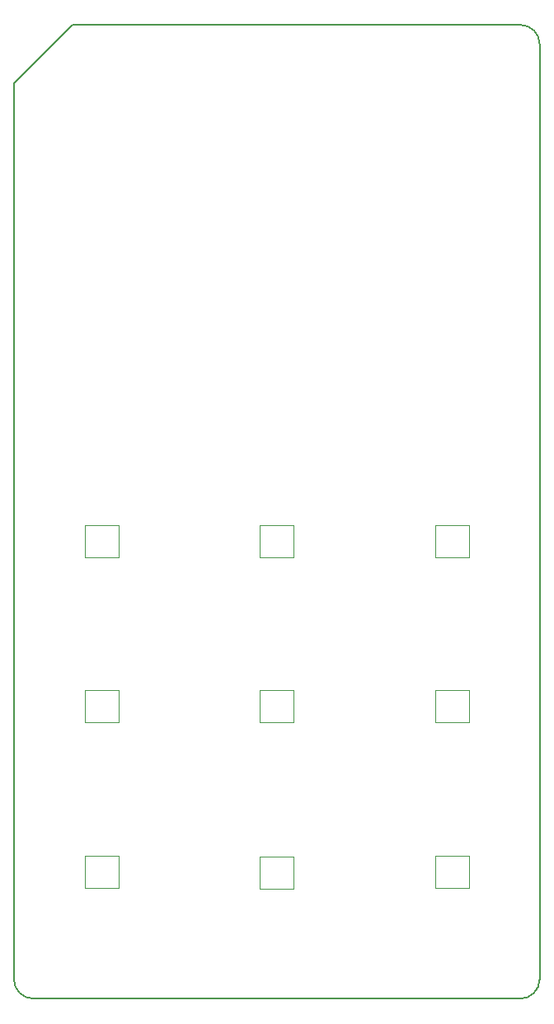
<source format=gm1>
G04 #@! TF.GenerationSoftware,KiCad,Pcbnew,5.0.2-bee76a0~70~ubuntu18.04.1*
G04 #@! TF.CreationDate,2019-12-18T01:53:03+09:00*
G04 #@! TF.ProjectId,ts9,7473392e-6b69-4636-9164-5f7063625858,rev?*
G04 #@! TF.SameCoordinates,Original*
G04 #@! TF.FileFunction,Profile,NP*
%FSLAX46Y46*%
G04 Gerber Fmt 4.6, Leading zero omitted, Abs format (unit mm)*
G04 Created by KiCad (PCBNEW 5.0.2-bee76a0~70~ubuntu18.04.1) date 2019年12月18日 01時53分03秒*
%MOMM*%
%LPD*%
G01*
G04 APERTURE LIST*
%ADD10C,0.150000*%
%ADD11C,0.200000*%
G04 #@! TA.AperFunction,NonConductor*
%ADD12C,0.050000*%
G04 #@! TD*
G04 APERTURE END LIST*
D10*
X30075000Y-145925000D02*
G75*
G02X28075000Y-143925000I0J2000000D01*
G01*
D11*
X82075000Y-143925000D02*
G75*
G02X80075000Y-145925000I-2000000J0D01*
G01*
X80075000Y-45925000D02*
G75*
G02X82075000Y-47925000I0J-2000000D01*
G01*
D10*
X34075000Y-45925000D02*
X28075000Y-51925000D01*
X82075000Y-47925000D02*
X82075000Y-143925000D01*
X34075000Y-45925000D02*
X80075000Y-45925000D01*
X30075000Y-145925000D02*
X80075000Y-145925000D01*
X28075000Y-51925000D02*
X28075000Y-143925000D01*
D12*
G04 #@! TO.C,D3*
X35325000Y-97275000D02*
X35325000Y-100575000D01*
X38825000Y-97275000D02*
X38825000Y-100575000D01*
X38825000Y-100575000D02*
X35325000Y-100575000D01*
X38825000Y-97275000D02*
X35325000Y-97275000D01*
G04 #@! TO.C,D4*
X53325000Y-97275000D02*
X53325000Y-100575000D01*
X56825000Y-97275000D02*
X56825000Y-100575000D01*
X56825000Y-100575000D02*
X53325000Y-100575000D01*
X56825000Y-97275000D02*
X53325000Y-97275000D01*
G04 #@! TO.C,D2*
X71325000Y-97275000D02*
X71325000Y-100575000D01*
X74825000Y-97275000D02*
X74825000Y-100575000D01*
X74825000Y-100575000D02*
X71325000Y-100575000D01*
X74825000Y-97275000D02*
X71325000Y-97275000D01*
G04 #@! TO.C,D12*
X35325000Y-114275000D02*
X35325000Y-117575000D01*
X38825000Y-114275000D02*
X38825000Y-117575000D01*
X38825000Y-117575000D02*
X35325000Y-117575000D01*
X38825000Y-114275000D02*
X35325000Y-114275000D01*
G04 #@! TO.C,D13*
X53325000Y-114275000D02*
X53325000Y-117575000D01*
X56825000Y-114275000D02*
X56825000Y-117575000D01*
X56825000Y-117575000D02*
X53325000Y-117575000D01*
X56825000Y-114275000D02*
X53325000Y-114275000D01*
G04 #@! TO.C,D11*
X71325000Y-114275000D02*
X71325000Y-117575000D01*
X74825000Y-114275000D02*
X74825000Y-117575000D01*
X74825000Y-117575000D02*
X71325000Y-117575000D01*
X74825000Y-114275000D02*
X71325000Y-114275000D01*
G04 #@! TO.C,D19*
X35325000Y-131275000D02*
X35325000Y-134575000D01*
X38825000Y-131275000D02*
X38825000Y-134575000D01*
X38825000Y-134575000D02*
X35325000Y-134575000D01*
X38825000Y-131275000D02*
X35325000Y-131275000D01*
G04 #@! TO.C,D20*
X53325000Y-131313000D02*
X53325000Y-134613000D01*
X56825000Y-131313000D02*
X56825000Y-134613000D01*
X56825000Y-134613000D02*
X53325000Y-134613000D01*
X56825000Y-131313000D02*
X53325000Y-131313000D01*
G04 #@! TO.C,D18*
X71325000Y-131275000D02*
X71325000Y-134575000D01*
X74825000Y-131275000D02*
X74825000Y-134575000D01*
X74825000Y-134575000D02*
X71325000Y-134575000D01*
X74825000Y-131275000D02*
X71325000Y-131275000D01*
G04 #@! TD*
M02*

</source>
